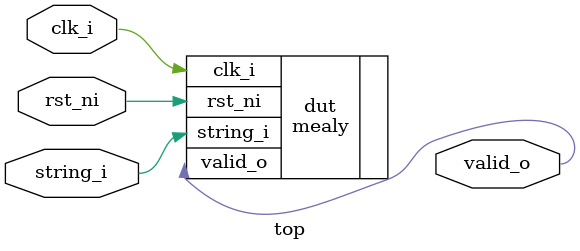
<source format=sv>
module top (
    //inputs
    input logic clk_i,
    input logic rst_ni,
    input logic string_i,
    //outputs
    output logic valid_o
);
    mealy dut (
    	.clk_i    (clk_i),
    	.rst_ni   (rst_ni),
    	.string_i (string_i),
    	.valid_o  (valid_o)
    );
endmodule : top

</source>
